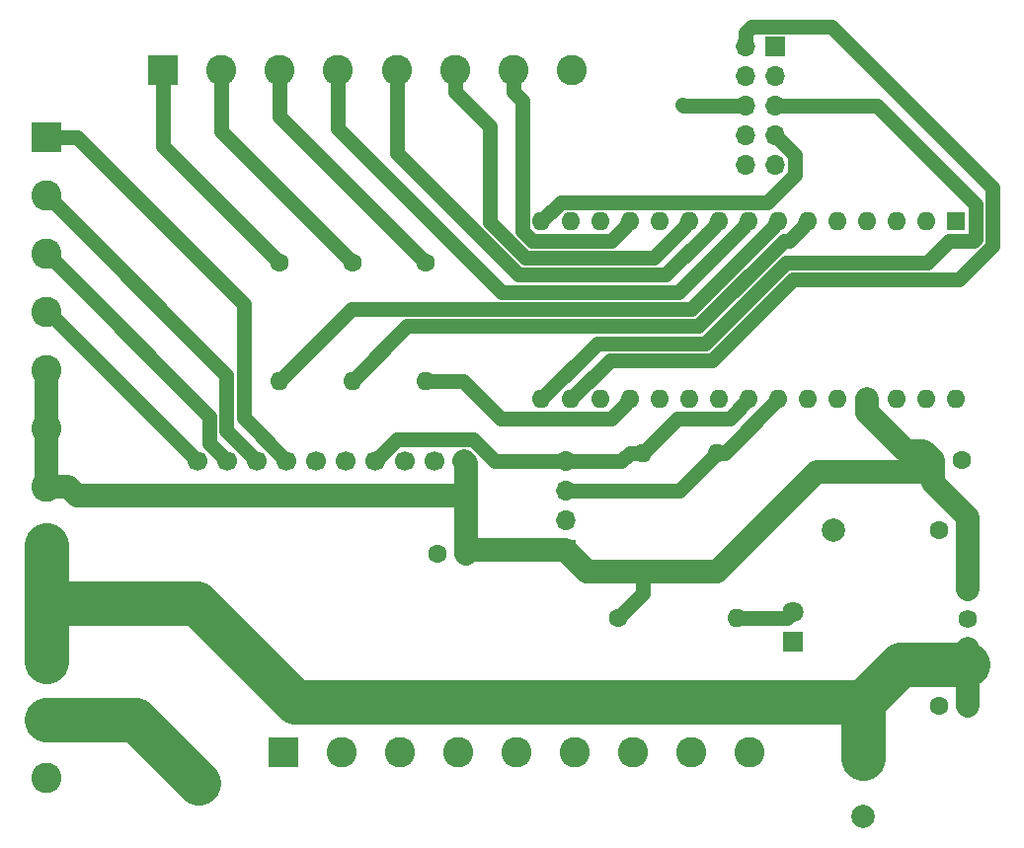
<source format=gbr>
G04 #@! TF.GenerationSoftware,KiCad,Pcbnew,(5.1.2)-2*
G04 #@! TF.CreationDate,2020-02-16T13:47:15-06:00*
G04 #@! TF.ProjectId,AutoSteer7,4175746f-5374-4656-9572-372e6b696361,rev?*
G04 #@! TF.SameCoordinates,Original*
G04 #@! TF.FileFunction,Copper,L1,Top*
G04 #@! TF.FilePolarity,Positive*
%FSLAX46Y46*%
G04 Gerber Fmt 4.6, Leading zero omitted, Abs format (unit mm)*
G04 Created by KiCad (PCBNEW (5.1.2)-2) date 2020-02-16 13:47:15*
%MOMM*%
%LPD*%
G04 APERTURE LIST*
%ADD10C,2.600000*%
%ADD11R,2.600000X2.600000*%
%ADD12O,1.700000X1.700000*%
%ADD13R,1.700000X1.700000*%
%ADD14O,1.600000X1.600000*%
%ADD15C,1.600000*%
%ADD16R,1.600000X1.600000*%
%ADD17C,3.500000*%
%ADD18C,1.700000*%
%ADD19C,1.590000*%
%ADD20C,1.800000*%
%ADD21R,1.800000X1.800000*%
%ADD22C,2.000000*%
%ADD23R,2.000000X2.000000*%
%ADD24C,0.800000*%
%ADD25C,1.270000*%
%ADD26C,2.032000*%
%ADD27C,3.810000*%
G04 APERTURE END LIST*
D10*
X130500000Y-63500000D03*
X125500000Y-63500000D03*
X120500000Y-63500000D03*
X115500000Y-63500000D03*
X110500000Y-63500000D03*
X105500000Y-63500000D03*
X100500000Y-63500000D03*
D11*
X95500000Y-63500000D03*
D12*
X145460000Y-71660000D03*
X148000000Y-71660000D03*
X145460000Y-69120000D03*
X148000000Y-69120000D03*
X145460000Y-66580000D03*
X148000000Y-66580000D03*
X145460000Y-64040000D03*
X148000000Y-64040000D03*
X145460000Y-61500000D03*
D13*
X148000000Y-61500000D03*
D10*
X145797600Y-122000000D03*
X140797600Y-122000000D03*
X135797600Y-122000000D03*
X130797600Y-122000000D03*
X125797600Y-122000000D03*
X120797600Y-122000000D03*
X115797600Y-122000000D03*
X110797600Y-122000000D03*
D11*
X105797600Y-122000000D03*
D12*
X130000000Y-97070000D03*
X130000000Y-99610000D03*
X130000000Y-102150000D03*
D13*
X130000000Y-104690000D03*
D14*
X143000000Y-96340000D03*
D15*
X143000000Y-106500000D03*
D14*
X136650000Y-96340000D03*
D15*
X136650000Y-106500000D03*
D14*
X118000000Y-90160000D03*
D15*
X118000000Y-80000000D03*
D14*
X105500000Y-90160000D03*
D15*
X105500000Y-80000000D03*
D14*
X111750000Y-90160000D03*
D15*
X111750000Y-80000000D03*
D14*
X144660000Y-110500000D03*
D15*
X134500000Y-110500000D03*
D10*
X85500000Y-124250000D03*
X85500000Y-119250000D03*
X85500000Y-114250000D03*
X85500000Y-109250000D03*
X85500000Y-104250000D03*
X85500000Y-99250000D03*
X85500000Y-94250000D03*
X85500000Y-89250000D03*
X85500000Y-84250000D03*
X85500000Y-79250000D03*
X85500000Y-74250000D03*
D11*
X85500000Y-69250000D03*
D14*
X127940000Y-91740000D03*
X127940000Y-76500000D03*
X163500000Y-91740000D03*
X130480000Y-76500000D03*
X160960000Y-91740000D03*
X133020000Y-76500000D03*
X158420000Y-91740000D03*
X135560000Y-76500000D03*
X155880000Y-91740000D03*
X138100000Y-76500000D03*
X153340000Y-91740000D03*
X140640000Y-76500000D03*
X150800000Y-91740000D03*
X143180000Y-76500000D03*
X148260000Y-91740000D03*
X145720000Y-76500000D03*
X145720000Y-91740000D03*
X148260000Y-76500000D03*
X143180000Y-91740000D03*
X150800000Y-76500000D03*
X140640000Y-91740000D03*
X153340000Y-76500000D03*
X138100000Y-91740000D03*
X155880000Y-76500000D03*
X135560000Y-91740000D03*
X158420000Y-76500000D03*
X133020000Y-91740000D03*
X160960000Y-76500000D03*
X130480000Y-91740000D03*
D16*
X163500000Y-76500000D03*
D17*
X98500000Y-109380000D03*
X98500000Y-124620000D03*
D15*
X162000000Y-118000000D03*
X164500000Y-118000000D03*
X162000000Y-103000000D03*
X164500000Y-103000000D03*
D18*
X98463600Y-97049400D03*
X101003600Y-97049400D03*
X103543600Y-97049400D03*
X106083600Y-97049400D03*
X108623600Y-97049400D03*
X111163600Y-97049400D03*
X113703600Y-97049400D03*
X116243600Y-97049400D03*
X118783600Y-97049400D03*
X121323600Y-97049400D03*
D19*
X164500000Y-108083200D03*
X164500000Y-110623200D03*
X164500000Y-113163200D03*
D15*
X164000000Y-97000000D03*
X161500000Y-97000000D03*
D20*
X149500000Y-109960000D03*
D21*
X149500000Y-112500000D03*
D22*
X155500000Y-127500000D03*
D23*
X155500000Y-122500000D03*
D15*
X119000000Y-105000000D03*
X121500000Y-105000000D03*
D22*
X152994999Y-103000000D03*
D23*
X152994999Y-98000000D03*
D24*
X140000000Y-66500000D03*
D25*
X165135001Y-75031999D02*
X164968001Y-74864999D01*
X156683002Y-66580000D02*
X148000000Y-66580000D01*
X165135001Y-75031999D02*
X156683002Y-66580000D01*
X161000000Y-80000000D02*
X162864999Y-78135001D01*
X141962752Y-86955065D02*
X148917817Y-80000000D01*
X132724935Y-86955065D02*
X141962752Y-86955065D01*
X165135001Y-77968001D02*
X165135001Y-75031999D01*
X127940000Y-91740000D02*
X132724935Y-86955065D01*
X148917817Y-80000000D02*
X161000000Y-80000000D01*
X164968001Y-78135001D02*
X165135001Y-77968001D01*
X162864999Y-78135001D02*
X164968001Y-78135001D01*
X166605012Y-78576899D02*
X166605012Y-73605012D01*
X166605012Y-73605012D02*
X152814999Y-59814999D01*
X163711900Y-81470011D02*
X166605012Y-78576899D01*
X145460000Y-60297919D02*
X145460000Y-61500000D01*
X145942920Y-59814999D02*
X145460000Y-60297919D01*
X149526715Y-81470011D02*
X163711900Y-81470011D01*
X142571650Y-88425076D02*
X149526715Y-81470011D01*
X130480000Y-91740000D02*
X133794924Y-88425076D01*
X152814999Y-59814999D02*
X145942920Y-59814999D01*
X133794924Y-88425076D02*
X142571650Y-88425076D01*
X111750000Y-90160000D02*
X116424944Y-85485056D01*
X116424944Y-85485056D02*
X141353852Y-85485056D01*
X141353852Y-85485056D02*
X148703907Y-78135001D01*
X148703907Y-78135001D02*
X149164999Y-78135001D01*
X149164999Y-78135001D02*
X150000001Y-77299999D01*
X150000001Y-77299999D02*
X150800000Y-76500000D01*
X105500000Y-90160000D02*
X111644955Y-84015045D01*
X140744955Y-84015045D02*
X147460001Y-77299999D01*
X147460001Y-77299999D02*
X148260000Y-76500000D01*
X111644955Y-84015045D02*
X140744955Y-84015045D01*
X144920001Y-77299999D02*
X145720000Y-76500000D01*
X139674966Y-82545034D02*
X144920001Y-77299999D01*
X124545034Y-82545034D02*
X139674966Y-82545034D01*
X110500000Y-63500000D02*
X110500000Y-68500000D01*
X110500000Y-68500000D02*
X124545034Y-82545034D01*
X137449999Y-95540001D02*
X136650000Y-96340000D01*
X139614999Y-93375001D02*
X137449999Y-95540001D01*
X144084999Y-93375001D02*
X139614999Y-93375001D01*
X145720000Y-91740000D02*
X144084999Y-93375001D01*
X135518630Y-96340000D02*
X134788630Y-97070000D01*
X136650000Y-96340000D02*
X135518630Y-96340000D01*
X115554608Y-95198392D02*
X114553599Y-96199401D01*
X123961922Y-97070000D02*
X122090314Y-95198392D01*
X130000000Y-97070000D02*
X123961922Y-97070000D01*
X114553599Y-96199401D02*
X113703600Y-97049400D01*
X122090314Y-95198392D02*
X115554608Y-95198392D01*
X134788630Y-97070000D02*
X130000000Y-97070000D01*
X115500000Y-70637620D02*
X125937403Y-81075023D01*
X125937403Y-81075023D02*
X138604977Y-81075023D01*
X142380001Y-77299999D02*
X143180000Y-76500000D01*
X138604977Y-81075023D02*
X142380001Y-77299999D01*
X115500000Y-63500000D02*
X115500000Y-70637620D01*
X143660000Y-96340000D02*
X143000000Y-96340000D01*
X148260000Y-91740000D02*
X143660000Y-96340000D01*
X139730000Y-99610000D02*
X130000000Y-99610000D01*
X143000000Y-96340000D02*
X139730000Y-99610000D01*
X123500000Y-76558711D02*
X126546301Y-79605012D01*
X137534988Y-79605012D02*
X139840001Y-77299999D01*
X126546301Y-79605012D02*
X137534988Y-79605012D01*
X139840001Y-77299999D02*
X140640000Y-76500000D01*
X123500000Y-68338477D02*
X123500000Y-76558711D01*
X120500000Y-65338477D02*
X123500000Y-68338477D01*
X120500000Y-63500000D02*
X120500000Y-65338477D01*
X134760001Y-77299999D02*
X135560000Y-76500000D01*
X133924999Y-78135001D02*
X134760001Y-77299999D01*
X127155199Y-78135001D02*
X133924999Y-78135001D01*
X126304999Y-77284801D02*
X127155199Y-78135001D01*
X126304999Y-66143476D02*
X126304999Y-77284801D01*
X125500000Y-65338477D02*
X126304999Y-66143476D01*
X125500000Y-63500000D02*
X125500000Y-65338477D01*
D26*
X160500000Y-98000000D02*
X161500000Y-97000000D01*
X152994999Y-98000000D02*
X160500000Y-98000000D01*
X155880000Y-92871370D02*
X155880000Y-91740000D01*
X159208631Y-96200001D02*
X155880000Y-92871370D01*
X160700001Y-96200001D02*
X159208631Y-96200001D01*
X161500000Y-97000000D02*
X160700001Y-96200001D01*
X143000000Y-106500000D02*
X136650000Y-106500000D01*
X131810000Y-106500000D02*
X130000000Y-104690000D01*
X136650000Y-106500000D02*
X131810000Y-106500000D01*
X121810000Y-104690000D02*
X121500000Y-105000000D01*
X130000000Y-104690000D02*
X121810000Y-104690000D01*
X121500000Y-97225800D02*
X121323600Y-97049400D01*
X85500000Y-99250000D02*
X85500000Y-94250000D01*
X85500000Y-94250000D02*
X85500000Y-89250000D01*
X164500000Y-108083200D02*
X164500000Y-103000000D01*
X161500000Y-98131370D02*
X161500000Y-97000000D01*
X161500000Y-98868630D02*
X161500000Y-98131370D01*
X164500000Y-101868630D02*
X161500000Y-98868630D01*
X164500000Y-103000000D02*
X164500000Y-101868630D01*
X151500000Y-98000000D02*
X143000000Y-106500000D01*
X152994999Y-98000000D02*
X151500000Y-98000000D01*
X88088477Y-100000000D02*
X121500000Y-100000000D01*
X87338477Y-99250000D02*
X88088477Y-100000000D01*
X85500000Y-99250000D02*
X87338477Y-99250000D01*
X121500000Y-105000000D02*
X121500000Y-100000000D01*
X121500000Y-100000000D02*
X121500000Y-97225800D01*
D25*
X136650000Y-108350000D02*
X134500000Y-110500000D01*
X136650000Y-106500000D02*
X136650000Y-108350000D01*
X148849999Y-69969999D02*
X148000000Y-69120000D01*
X149685001Y-70805001D02*
X148849999Y-69969999D01*
X149685001Y-72468801D02*
X149685001Y-70805001D01*
X147288803Y-74864999D02*
X149685001Y-72468801D01*
X129575001Y-74864999D02*
X147288803Y-74864999D01*
X127940000Y-76500000D02*
X129575001Y-74864999D01*
X148960000Y-110500000D02*
X149500000Y-109960000D01*
X144660000Y-110500000D02*
X148960000Y-110500000D01*
D27*
X93130000Y-119250000D02*
X98500000Y-124620000D01*
X85500000Y-119250000D02*
X93130000Y-119250000D01*
D25*
X140080000Y-66580000D02*
X140000000Y-66500000D01*
X145460000Y-66580000D02*
X140080000Y-66580000D01*
X121238908Y-90160000D02*
X124453909Y-93375001D01*
X124453909Y-93375001D02*
X133924999Y-93375001D01*
X133924999Y-93375001D02*
X134760001Y-92539999D01*
X134760001Y-92539999D02*
X135560000Y-91740000D01*
X118000000Y-90160000D02*
X121238908Y-90160000D01*
D27*
X85500000Y-114250000D02*
X85500000Y-109250000D01*
X85500000Y-109250000D02*
X85500000Y-104250000D01*
D26*
X164500000Y-113163200D02*
X164500000Y-114500000D01*
X164500000Y-114500000D02*
X164500000Y-118000000D01*
D27*
X158690000Y-114500000D02*
X164500000Y-114500000D01*
X155500000Y-117690000D02*
X158690000Y-114500000D01*
X155500000Y-122500000D02*
X155500000Y-117690000D01*
X98370000Y-109250000D02*
X98500000Y-109380000D01*
X85500000Y-109250000D02*
X98370000Y-109250000D01*
X106810000Y-117690000D02*
X155500000Y-117690000D01*
X98500000Y-109380000D02*
X106810000Y-117690000D01*
D25*
X100500000Y-68750000D02*
X111750000Y-80000000D01*
X100500000Y-63500000D02*
X100500000Y-68750000D01*
X85664200Y-84250000D02*
X85500000Y-84250000D01*
X98463600Y-97049400D02*
X85664200Y-84250000D01*
X86799999Y-80549999D02*
X85500000Y-79250000D01*
X99454966Y-93204966D02*
X86799999Y-80549999D01*
X99454966Y-95500766D02*
X99454966Y-93204966D01*
X101003600Y-97049400D02*
X99454966Y-95500766D01*
X86799999Y-75549999D02*
X85500000Y-74250000D01*
X100924977Y-89674977D02*
X86799999Y-75549999D01*
X100924977Y-94430777D02*
X100924977Y-89674977D01*
X103543600Y-97049400D02*
X100924977Y-94430777D01*
X88070000Y-69250000D02*
X85500000Y-69250000D01*
X102394988Y-83574988D02*
X88070000Y-69250000D01*
X102394988Y-93360788D02*
X102394988Y-83574988D01*
X106083600Y-97049400D02*
X102394988Y-93360788D01*
X105500000Y-67500000D02*
X118000000Y-80000000D01*
X105500000Y-63500000D02*
X105500000Y-67500000D01*
X95500000Y-70000000D02*
X105500000Y-80000000D01*
X95500000Y-63500000D02*
X95500000Y-70000000D01*
M02*

</source>
